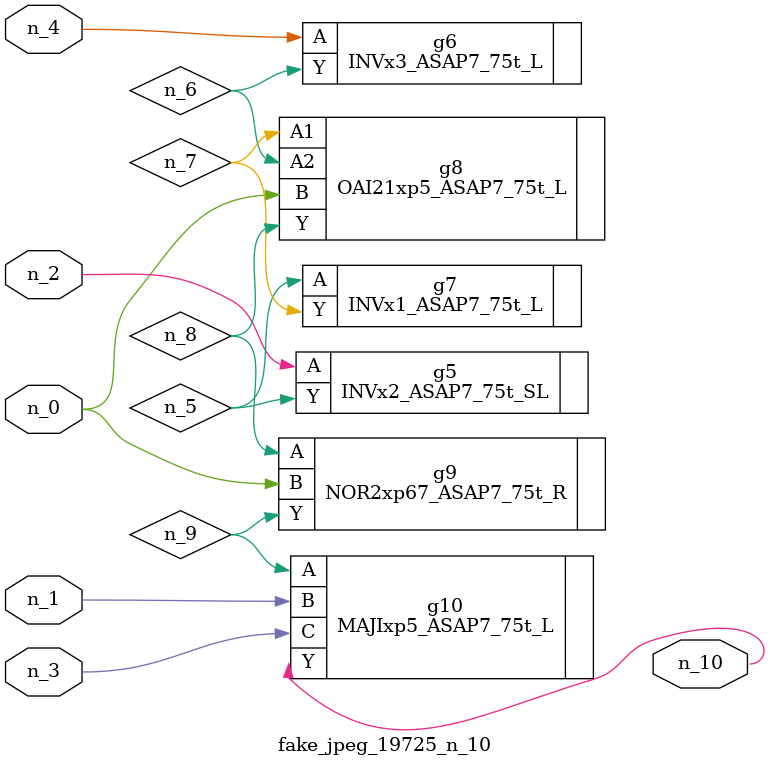
<source format=v>
module fake_jpeg_19725_n_10 (n_3, n_2, n_1, n_0, n_4, n_10);

input n_3;
input n_2;
input n_1;
input n_0;
input n_4;

output n_10;

wire n_8;
wire n_9;
wire n_6;
wire n_5;
wire n_7;

INVx2_ASAP7_75t_SL g5 ( 
.A(n_2),
.Y(n_5)
);

INVx3_ASAP7_75t_L g6 ( 
.A(n_4),
.Y(n_6)
);

INVx1_ASAP7_75t_L g7 ( 
.A(n_5),
.Y(n_7)
);

OAI21xp5_ASAP7_75t_L g8 ( 
.A1(n_7),
.A2(n_6),
.B(n_0),
.Y(n_8)
);

NOR2xp67_ASAP7_75t_R g9 ( 
.A(n_8),
.B(n_0),
.Y(n_9)
);

MAJIxp5_ASAP7_75t_L g10 ( 
.A(n_9),
.B(n_1),
.C(n_3),
.Y(n_10)
);


endmodule
</source>
